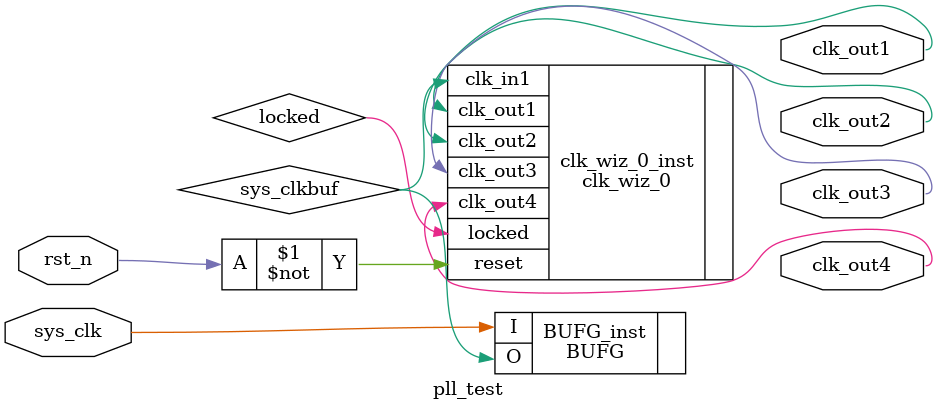
<source format=v>
`timescale 1ns / 1ps


module pll_test(
input sys_clk,  //system clock 25MHZ
input rst_n,    //reset,low active
output clk_out1,
output clk_out2,
output clk_out3,
output clk_out4
    );
wire locked;

wire sys_clkbuf;

BUFG BUFG_inst(
    .O(sys_clkbuf), //1-bit clock output
    .I(sys_clk) //1-bit clock input
);
//PLL IP Instantiate
clk_wiz_0 clk_wiz_0_inst(
    .clk_in1(sys_clkbuf),   //Clock in 25Mhz
    .clk_out1(clk_out1),    //Clock out 200Mhz,cannot reach for testing
    .clk_out2(clk_out2),    //Clock out 100Mhz
    .clk_out3(clk_out3),    //Clock out 50Mhz
    .clk_out4(clk_out4),    //Clock out 25Mhz
    .reset(~rst_n),     //PLL reset
    .locked(locked)     //OUT
);
endmodule

</source>
